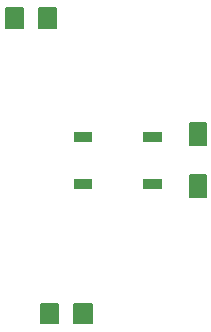
<source format=gbp>
G75*
G70*
%OFA0B0*%
%FSLAX24Y24*%
%IPPOS*%
%LPD*%
%AMOC8*
5,1,8,0,0,1.08239X$1,22.5*
%
%ADD10C,0.0063*%
%ADD11C,0.0033*%
%ADD12C,0.0059*%
D10*
X036673Y026949D02*
X037241Y026949D01*
X036673Y026949D02*
X036673Y027595D01*
X037241Y027595D01*
X037241Y026949D01*
X037241Y027011D02*
X036673Y027011D01*
X036673Y027073D02*
X037241Y027073D01*
X037241Y027135D02*
X036673Y027135D01*
X036673Y027197D02*
X037241Y027197D01*
X037241Y027259D02*
X036673Y027259D01*
X036673Y027321D02*
X037241Y027321D01*
X037241Y027383D02*
X036673Y027383D01*
X036673Y027445D02*
X037241Y027445D01*
X037241Y027507D02*
X036673Y027507D01*
X036673Y027569D02*
X037241Y027569D01*
X037775Y026949D02*
X038343Y026949D01*
X037775Y026949D02*
X037775Y027595D01*
X038343Y027595D01*
X038343Y026949D01*
X038343Y027011D02*
X037775Y027011D01*
X037775Y027073D02*
X038343Y027073D01*
X038343Y027135D02*
X037775Y027135D01*
X037775Y027197D02*
X038343Y027197D01*
X038343Y027259D02*
X037775Y027259D01*
X037775Y027321D02*
X038343Y027321D01*
X038343Y027383D02*
X037775Y027383D01*
X037775Y027445D02*
X038343Y027445D01*
X038343Y027507D02*
X037775Y027507D01*
X037775Y027569D02*
X038343Y027569D01*
X037162Y036791D02*
X036594Y036791D01*
X036594Y037437D01*
X037162Y037437D01*
X037162Y036791D01*
X037162Y036853D02*
X036594Y036853D01*
X036594Y036915D02*
X037162Y036915D01*
X037162Y036977D02*
X036594Y036977D01*
X036594Y037039D02*
X037162Y037039D01*
X037162Y037101D02*
X036594Y037101D01*
X036594Y037163D02*
X037162Y037163D01*
X037162Y037225D02*
X036594Y037225D01*
X036594Y037287D02*
X037162Y037287D01*
X037162Y037349D02*
X036594Y037349D01*
X036594Y037411D02*
X037162Y037411D01*
X036060Y036791D02*
X035492Y036791D01*
X035492Y037437D01*
X036060Y037437D01*
X036060Y036791D01*
X036060Y036853D02*
X035492Y036853D01*
X035492Y036915D02*
X036060Y036915D01*
X036060Y036977D02*
X035492Y036977D01*
X035492Y037039D02*
X036060Y037039D01*
X036060Y037101D02*
X035492Y037101D01*
X035492Y037163D02*
X036060Y037163D01*
X036060Y037225D02*
X035492Y037225D01*
X035492Y037287D02*
X036060Y037287D01*
X036060Y037349D02*
X035492Y037349D01*
X035492Y037411D02*
X036060Y037411D01*
D11*
X037750Y033328D02*
X038328Y033328D01*
X038328Y033026D01*
X037750Y033026D01*
X037750Y033328D01*
X037750Y033058D02*
X038328Y033058D01*
X038328Y033090D02*
X037750Y033090D01*
X037750Y033122D02*
X038328Y033122D01*
X038328Y033154D02*
X037750Y033154D01*
X037750Y033186D02*
X038328Y033186D01*
X038328Y033218D02*
X037750Y033218D01*
X037750Y033250D02*
X038328Y033250D01*
X038328Y033282D02*
X037750Y033282D01*
X037750Y033314D02*
X038328Y033314D01*
X038328Y031753D02*
X037750Y031753D01*
X038328Y031753D02*
X038328Y031451D01*
X037750Y031451D01*
X037750Y031753D01*
X037750Y031483D02*
X038328Y031483D01*
X038328Y031515D02*
X037750Y031515D01*
X037750Y031547D02*
X038328Y031547D01*
X038328Y031579D02*
X037750Y031579D01*
X037750Y031611D02*
X038328Y031611D01*
X038328Y031643D02*
X037750Y031643D01*
X037750Y031675D02*
X038328Y031675D01*
X038328Y031707D02*
X037750Y031707D01*
X037750Y031739D02*
X038328Y031739D01*
X040073Y031753D02*
X040651Y031753D01*
X040651Y031451D01*
X040073Y031451D01*
X040073Y031753D01*
X040073Y031483D02*
X040651Y031483D01*
X040651Y031515D02*
X040073Y031515D01*
X040073Y031547D02*
X040651Y031547D01*
X040651Y031579D02*
X040073Y031579D01*
X040073Y031611D02*
X040651Y031611D01*
X040651Y031643D02*
X040073Y031643D01*
X040073Y031675D02*
X040651Y031675D01*
X040651Y031707D02*
X040073Y031707D01*
X040073Y031739D02*
X040651Y031739D01*
X040651Y033328D02*
X040073Y033328D01*
X040651Y033328D02*
X040651Y033026D01*
X040073Y033026D01*
X040073Y033328D01*
X040073Y033058D02*
X040651Y033058D01*
X040651Y033090D02*
X040073Y033090D01*
X040073Y033122D02*
X040651Y033122D01*
X040651Y033154D02*
X040073Y033154D01*
X040073Y033186D02*
X040651Y033186D01*
X040651Y033218D02*
X040073Y033218D01*
X040073Y033250D02*
X040651Y033250D01*
X040651Y033282D02*
X040073Y033282D01*
X040073Y033314D02*
X040651Y033314D01*
D12*
X042144Y033620D02*
X042144Y032892D01*
X041612Y032892D01*
X041612Y033620D01*
X042144Y033620D01*
X042144Y032950D02*
X041612Y032950D01*
X041612Y033008D02*
X042144Y033008D01*
X042144Y033066D02*
X041612Y033066D01*
X041612Y033124D02*
X042144Y033124D01*
X042144Y033182D02*
X041612Y033182D01*
X041612Y033240D02*
X042144Y033240D01*
X042144Y033298D02*
X041612Y033298D01*
X041612Y033356D02*
X042144Y033356D01*
X042144Y033414D02*
X041612Y033414D01*
X041612Y033472D02*
X042144Y033472D01*
X042144Y033530D02*
X041612Y033530D01*
X041612Y033588D02*
X042144Y033588D01*
X042144Y031888D02*
X042144Y031160D01*
X041612Y031160D01*
X041612Y031888D01*
X042144Y031888D01*
X042144Y031218D02*
X041612Y031218D01*
X041612Y031276D02*
X042144Y031276D01*
X042144Y031334D02*
X041612Y031334D01*
X041612Y031392D02*
X042144Y031392D01*
X042144Y031450D02*
X041612Y031450D01*
X041612Y031508D02*
X042144Y031508D01*
X042144Y031566D02*
X041612Y031566D01*
X041612Y031624D02*
X042144Y031624D01*
X042144Y031682D02*
X041612Y031682D01*
X041612Y031740D02*
X042144Y031740D01*
X042144Y031798D02*
X041612Y031798D01*
X041612Y031856D02*
X042144Y031856D01*
M02*

</source>
